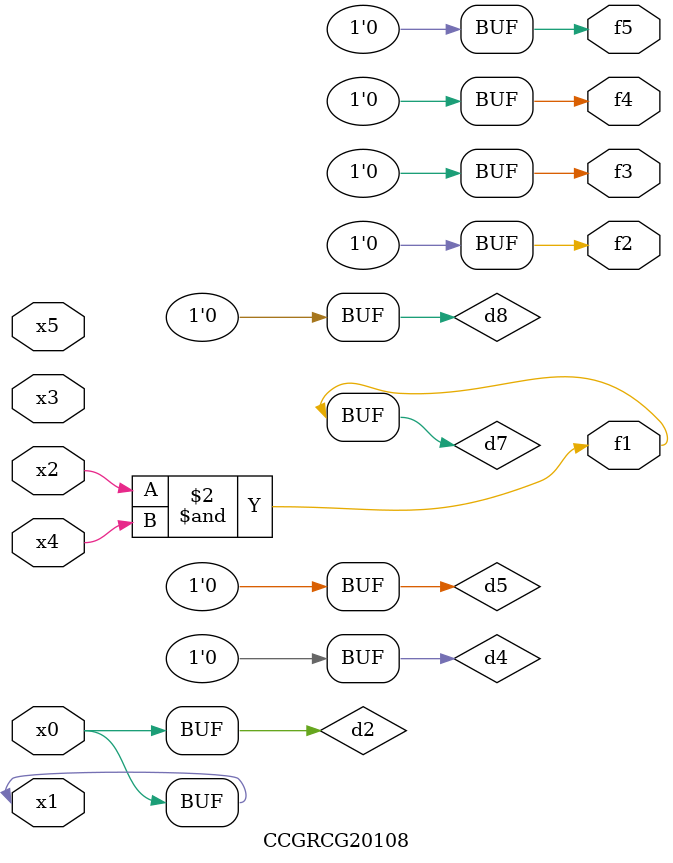
<source format=v>
module CCGRCG20108(
	input x0, x1, x2, x3, x4, x5,
	output f1, f2, f3, f4, f5
);

	wire d1, d2, d3, d4, d5, d6, d7, d8, d9;

	nand (d1, x1);
	buf (d2, x0, x1);
	nand (d3, x2, x4);
	and (d4, d1, d2);
	and (d5, d1, d2);
	nand (d6, d1, d3);
	not (d7, d3);
	xor (d8, d5);
	nor (d9, d5, d6);
	assign f1 = d7;
	assign f2 = d8;
	assign f3 = d8;
	assign f4 = d8;
	assign f5 = d8;
endmodule

</source>
